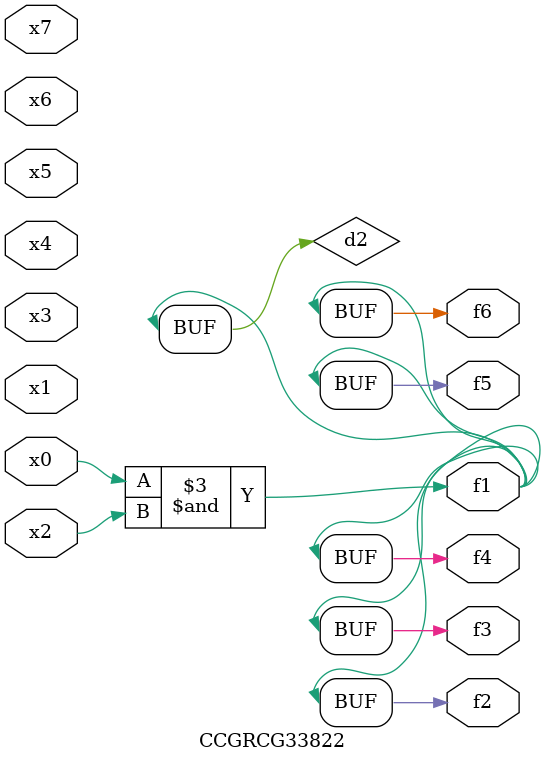
<source format=v>
module CCGRCG33822(
	input x0, x1, x2, x3, x4, x5, x6, x7,
	output f1, f2, f3, f4, f5, f6
);

	wire d1, d2;

	nor (d1, x3, x6);
	and (d2, x0, x2);
	assign f1 = d2;
	assign f2 = d2;
	assign f3 = d2;
	assign f4 = d2;
	assign f5 = d2;
	assign f6 = d2;
endmodule

</source>
